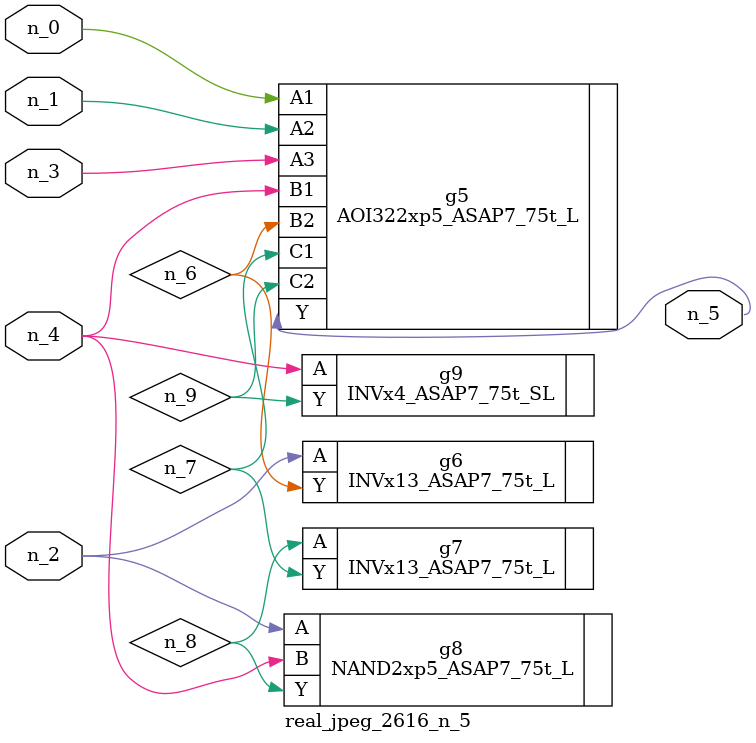
<source format=v>
module real_jpeg_2616_n_5 (n_4, n_0, n_1, n_2, n_3, n_5);

input n_4;
input n_0;
input n_1;
input n_2;
input n_3;

output n_5;

wire n_8;
wire n_6;
wire n_7;
wire n_9;

AOI322xp5_ASAP7_75t_L g5 ( 
.A1(n_0),
.A2(n_1),
.A3(n_3),
.B1(n_4),
.B2(n_6),
.C1(n_7),
.C2(n_9),
.Y(n_5)
);

INVx13_ASAP7_75t_L g6 ( 
.A(n_2),
.Y(n_6)
);

NAND2xp5_ASAP7_75t_L g8 ( 
.A(n_2),
.B(n_4),
.Y(n_8)
);

INVx4_ASAP7_75t_SL g9 ( 
.A(n_4),
.Y(n_9)
);

INVx13_ASAP7_75t_L g7 ( 
.A(n_8),
.Y(n_7)
);


endmodule
</source>
